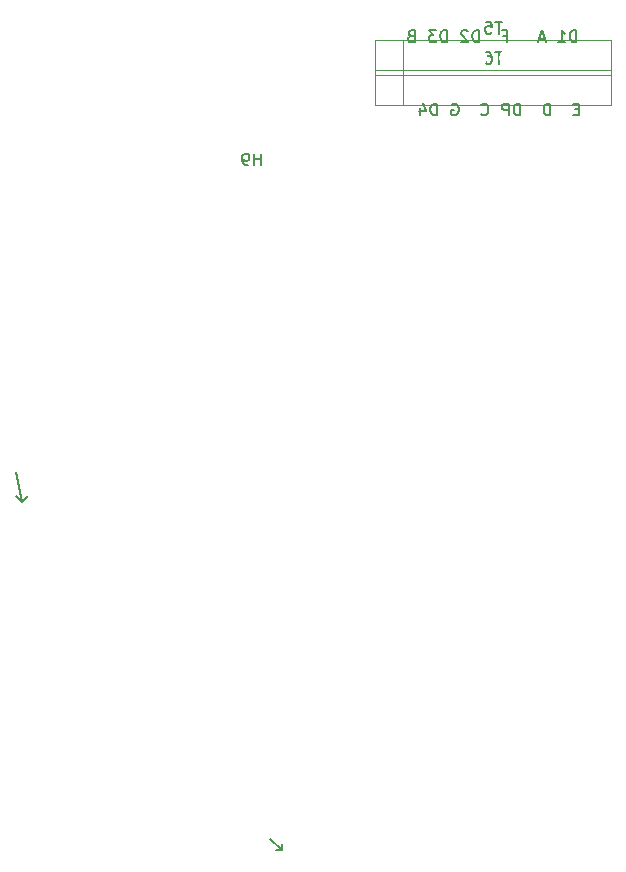
<source format=gbo>
G04 #@! TF.GenerationSoftware,KiCad,Pcbnew,(5.1.5)-3*
G04 #@! TF.CreationDate,2020-12-08T17:30:17-08:00*
G04 #@! TF.ProjectId,button_pcb_4x_laz16-11_,62757474-6f6e-45f7-9063-625f34785f6c,rev?*
G04 #@! TF.SameCoordinates,Original*
G04 #@! TF.FileFunction,Legend,Bot*
G04 #@! TF.FilePolarity,Positive*
%FSLAX46Y46*%
G04 Gerber Fmt 4.6, Leading zero omitted, Abs format (unit mm)*
G04 Created by KiCad (PCBNEW (5.1.5)-3) date 2020-12-08 17:30:17*
%MOMM*%
%LPD*%
G04 APERTURE LIST*
%ADD10C,0.150000*%
%ADD11C,0.200000*%
%ADD12C,0.120000*%
%ADD13C,4.300000*%
%ADD14C,6.400000*%
%ADD15C,5.300000*%
%ADD16C,2.700000*%
%ADD17C,2.200000*%
%ADD18C,3.200000*%
%ADD19C,2.000000*%
%ADD20R,4.000000X2.000000*%
%ADD21C,1.500000*%
%ADD22R,1.500000X1.500000*%
%ADD23O,1.200000X2.000000*%
%ADD24R,1.200000X2.000000*%
G04 APERTURE END LIST*
D10*
X10640000Y33960000D02*
X10140000Y33460000D01*
X9640000Y33960000D02*
X10140000Y33460000D01*
X10140000Y33460000D02*
X9640000Y33960000D01*
X9640000Y35960000D02*
X10140000Y33460000D01*
X31640000Y3960000D02*
X32140000Y3960000D01*
X32140000Y4460000D02*
X32140000Y3960000D01*
X32140000Y3960000D02*
X32140000Y4460000D01*
X31140000Y4960000D02*
X32140000Y3960000D01*
X57319047Y66711428D02*
X56985714Y66711428D01*
X56842857Y66187619D02*
X57319047Y66187619D01*
X57319047Y67187619D01*
X56842857Y67187619D01*
X54890476Y66187619D02*
X54890476Y67187619D01*
X54652380Y67187619D01*
X54509523Y67140000D01*
X54414285Y67044761D01*
X54366666Y66949523D01*
X54319047Y66759047D01*
X54319047Y66616190D01*
X54366666Y66425714D01*
X54414285Y66330476D01*
X54509523Y66235238D01*
X54652380Y66187619D01*
X54890476Y66187619D01*
X52366666Y66187619D02*
X52366666Y67187619D01*
X52128571Y67187619D01*
X51985714Y67140000D01*
X51890476Y67044761D01*
X51842857Y66949523D01*
X51795238Y66759047D01*
X51795238Y66616190D01*
X51842857Y66425714D01*
X51890476Y66330476D01*
X51985714Y66235238D01*
X52128571Y66187619D01*
X52366666Y66187619D01*
X51366666Y66187619D02*
X51366666Y67187619D01*
X50985714Y67187619D01*
X50890476Y67140000D01*
X50842857Y67092380D01*
X50795238Y66997142D01*
X50795238Y66854285D01*
X50842857Y66759047D01*
X50890476Y66711428D01*
X50985714Y66663809D01*
X51366666Y66663809D01*
X49033333Y66282857D02*
X49080952Y66235238D01*
X49223809Y66187619D01*
X49319047Y66187619D01*
X49461904Y66235238D01*
X49557142Y66330476D01*
X49604761Y66425714D01*
X49652380Y66616190D01*
X49652380Y66759047D01*
X49604761Y66949523D01*
X49557142Y67044761D01*
X49461904Y67140000D01*
X49319047Y67187619D01*
X49223809Y67187619D01*
X49080952Y67140000D01*
X49033333Y67092380D01*
X46557142Y67140000D02*
X46652380Y67187619D01*
X46795238Y67187619D01*
X46938095Y67140000D01*
X47033333Y67044761D01*
X47080952Y66949523D01*
X47128571Y66759047D01*
X47128571Y66616190D01*
X47080952Y66425714D01*
X47033333Y66330476D01*
X46938095Y66235238D01*
X46795238Y66187619D01*
X46700000Y66187619D01*
X46557142Y66235238D01*
X46509523Y66282857D01*
X46509523Y66616190D01*
X46700000Y66616190D01*
X45319047Y66187619D02*
X45319047Y67187619D01*
X45080952Y67187619D01*
X44938095Y67140000D01*
X44842857Y67044761D01*
X44795238Y66949523D01*
X44747619Y66759047D01*
X44747619Y66616190D01*
X44795238Y66425714D01*
X44842857Y66330476D01*
X44938095Y66235238D01*
X45080952Y66187619D01*
X45319047Y66187619D01*
X43890476Y66854285D02*
X43890476Y66187619D01*
X44128571Y67235238D02*
X44366666Y66520952D01*
X43747619Y66520952D01*
D11*
X57095238Y72387619D02*
X57095238Y73387619D01*
X56857142Y73387619D01*
X56714285Y73340000D01*
X56619047Y73244761D01*
X56571428Y73149523D01*
X56523809Y72959047D01*
X56523809Y72816190D01*
X56571428Y72625714D01*
X56619047Y72530476D01*
X56714285Y72435238D01*
X56857142Y72387619D01*
X57095238Y72387619D01*
X55571428Y72387619D02*
X56142857Y72387619D01*
X55857142Y72387619D02*
X55857142Y73387619D01*
X55952380Y73244761D01*
X56047619Y73149523D01*
X56142857Y73101904D01*
X54428571Y72673333D02*
X53952380Y72673333D01*
X54523809Y72387619D02*
X54190476Y73387619D01*
X53857142Y72387619D01*
X50904761Y72911428D02*
X51238095Y72911428D01*
X51238095Y72387619D02*
X51238095Y73387619D01*
X50761904Y73387619D01*
X48857142Y72387619D02*
X48857142Y73387619D01*
X48619047Y73387619D01*
X48476190Y73340000D01*
X48380952Y73244761D01*
X48333333Y73149523D01*
X48285714Y72959047D01*
X48285714Y72816190D01*
X48333333Y72625714D01*
X48380952Y72530476D01*
X48476190Y72435238D01*
X48619047Y72387619D01*
X48857142Y72387619D01*
X47904761Y73292380D02*
X47857142Y73340000D01*
X47761904Y73387619D01*
X47523809Y73387619D01*
X47428571Y73340000D01*
X47380952Y73292380D01*
X47333333Y73197142D01*
X47333333Y73101904D01*
X47380952Y72959047D01*
X47952380Y72387619D01*
X47333333Y72387619D01*
X46142857Y72387619D02*
X46142857Y73387619D01*
X45904761Y73387619D01*
X45761904Y73340000D01*
X45666666Y73244761D01*
X45619047Y73149523D01*
X45571428Y72959047D01*
X45571428Y72816190D01*
X45619047Y72625714D01*
X45666666Y72530476D01*
X45761904Y72435238D01*
X45904761Y72387619D01*
X46142857Y72387619D01*
X45238095Y73387619D02*
X44619047Y73387619D01*
X44952380Y73006666D01*
X44809523Y73006666D01*
X44714285Y72959047D01*
X44666666Y72911428D01*
X44619047Y72816190D01*
X44619047Y72578095D01*
X44666666Y72482857D01*
X44714285Y72435238D01*
X44809523Y72387619D01*
X45095238Y72387619D01*
X45190476Y72435238D01*
X45238095Y72482857D01*
X43095238Y72911428D02*
X42952380Y72863809D01*
X42904761Y72816190D01*
X42857142Y72720952D01*
X42857142Y72578095D01*
X42904761Y72482857D01*
X42952380Y72435238D01*
X43047619Y72387619D01*
X43428571Y72387619D01*
X43428571Y73387619D01*
X43095238Y73387619D01*
X43000000Y73340000D01*
X42952380Y73292380D01*
X42904761Y73197142D01*
X42904761Y73101904D01*
X42952380Y73006666D01*
X43000000Y72959047D01*
X43095238Y72911428D01*
X43428571Y72911428D01*
D12*
X42420000Y67030000D02*
X42420000Y70030000D01*
X40050000Y70030000D02*
X40050000Y67030000D01*
X60030000Y70030000D02*
X40050000Y70030000D01*
X60030000Y67030000D02*
X60030000Y70030000D01*
X40050000Y67030000D02*
X60030000Y67030000D01*
X42420000Y69570000D02*
X42420000Y72570000D01*
X40050000Y72570000D02*
X40050000Y69570000D01*
X60030000Y72570000D02*
X40050000Y72570000D01*
X60030000Y69570000D02*
X60030000Y72570000D01*
X40050000Y69570000D02*
X60030000Y69570000D01*
D10*
X30401904Y61957619D02*
X30401904Y62957619D01*
X30401904Y62481428D02*
X29830476Y62481428D01*
X29830476Y61957619D02*
X29830476Y62957619D01*
X29306666Y61957619D02*
X29116190Y61957619D01*
X29020952Y62005238D01*
X28973333Y62052857D01*
X28878095Y62195714D01*
X28830476Y62386190D01*
X28830476Y62767142D01*
X28878095Y62862380D01*
X28925714Y62910000D01*
X29020952Y62957619D01*
X29211428Y62957619D01*
X29306666Y62910000D01*
X29354285Y62862380D01*
X29401904Y62767142D01*
X29401904Y62529047D01*
X29354285Y62433809D01*
X29306666Y62386190D01*
X29211428Y62338571D01*
X29020952Y62338571D01*
X28925714Y62386190D01*
X28878095Y62433809D01*
X28830476Y62529047D01*
X50801904Y71577619D02*
X50230476Y71577619D01*
X50516190Y70577619D02*
X50516190Y71577619D01*
X49468571Y71577619D02*
X49659047Y71577619D01*
X49754285Y71530000D01*
X49801904Y71482380D01*
X49897142Y71339523D01*
X49944761Y71149047D01*
X49944761Y70768095D01*
X49897142Y70672857D01*
X49849523Y70625238D01*
X49754285Y70577619D01*
X49563809Y70577619D01*
X49468571Y70625238D01*
X49420952Y70672857D01*
X49373333Y70768095D01*
X49373333Y71006190D01*
X49420952Y71101428D01*
X49468571Y71149047D01*
X49563809Y71196666D01*
X49754285Y71196666D01*
X49849523Y71149047D01*
X49897142Y71101428D01*
X49944761Y71006190D01*
X50801904Y74117619D02*
X50230476Y74117619D01*
X50516190Y73117619D02*
X50516190Y74117619D01*
X49420952Y74117619D02*
X49897142Y74117619D01*
X49944761Y73641428D01*
X49897142Y73689047D01*
X49801904Y73736666D01*
X49563809Y73736666D01*
X49468571Y73689047D01*
X49420952Y73641428D01*
X49373333Y73546190D01*
X49373333Y73308095D01*
X49420952Y73212857D01*
X49468571Y73165238D01*
X49563809Y73117619D01*
X49801904Y73117619D01*
X49897142Y73165238D01*
X49944761Y73212857D01*
%LPC*%
D13*
X95500000Y34500000D03*
X4500000Y34500000D03*
D14*
X93240000Y72060000D03*
D15*
X94240000Y84860000D03*
D16*
X80640000Y96860000D03*
D17*
X75140000Y97260000D03*
D18*
X87240000Y96360000D03*
D13*
X50000000Y95500000D03*
X95500000Y95500000D03*
X4500000Y95500000D03*
X95500000Y4500000D03*
X4500000Y4500000D03*
D19*
X17000000Y12250000D03*
D20*
X17000000Y6500000D03*
X17000000Y18000000D03*
X22000000Y14500000D03*
X17000000Y14500000D03*
X12000000Y14500000D03*
D13*
X70640000Y67710000D03*
X29640000Y67710000D03*
X80140000Y67710000D03*
X20140000Y67710000D03*
X72000000Y49000000D03*
X50000000Y34000000D03*
X28000000Y49000000D03*
X50000000Y5000000D03*
X28000000Y20000000D03*
X72000000Y20000000D03*
D21*
X43690000Y75740000D03*
X46230000Y75740000D03*
X48770000Y75740000D03*
X51310000Y75740000D03*
X53850000Y75740000D03*
X56390000Y75740000D03*
X56390000Y60500000D03*
X53850000Y60500000D03*
X51310000Y60500000D03*
X48770000Y60500000D03*
X46230000Y60500000D03*
D22*
X43690000Y60500000D03*
D21*
X58930000Y68530000D03*
X56390000Y68530000D03*
X53850000Y68530000D03*
X51310000Y68530000D03*
X48770000Y68530000D03*
X46230000Y68530000D03*
X43690000Y68530000D03*
D22*
X41150000Y68530000D03*
D21*
X58930000Y71070000D03*
X56390000Y71070000D03*
X53850000Y71070000D03*
X51310000Y71070000D03*
X48770000Y71070000D03*
X46230000Y71070000D03*
X43690000Y71070000D03*
D22*
X41150000Y71070000D03*
D21*
X13310000Y39100000D03*
X15850000Y39100000D03*
X18390000Y39100000D03*
X20930000Y39100000D03*
X23470000Y39100000D03*
X26010000Y39100000D03*
X28550000Y39100000D03*
D22*
X31090000Y39100000D03*
D21*
X58890000Y51800000D03*
X56350000Y51800000D03*
X53810000Y51800000D03*
X51270000Y51800000D03*
X48730000Y51800000D03*
X46190000Y51800000D03*
X43650000Y51800000D03*
D22*
X41110000Y51800000D03*
D21*
X28326000Y10201000D03*
X25786000Y10201000D03*
X23246000Y10201000D03*
X20706000Y10201000D03*
X18166000Y10201000D03*
X15626000Y10201000D03*
X13086000Y10201000D03*
D22*
X10546000Y10201000D03*
D21*
X58830000Y23260000D03*
X56290000Y23260000D03*
X53750000Y23260000D03*
X51210000Y23260000D03*
X48670000Y23260000D03*
X46130000Y23260000D03*
X43590000Y23260000D03*
D22*
X41050000Y23260000D03*
D19*
X83000000Y41250000D03*
D20*
X83000000Y35500000D03*
X83000000Y47000000D03*
X88000000Y43500000D03*
X83000000Y43500000D03*
X78000000Y43500000D03*
D19*
X61000000Y41250000D03*
D20*
X61000000Y35500000D03*
X61000000Y47000000D03*
X66000000Y43500000D03*
X61000000Y43500000D03*
X56000000Y43500000D03*
D19*
X39000000Y41250000D03*
D20*
X39000000Y35500000D03*
X39000000Y47000000D03*
X44000000Y43500000D03*
X39000000Y43500000D03*
X34000000Y43500000D03*
D19*
X17000000Y41250000D03*
D20*
X17000000Y35500000D03*
X17000000Y47000000D03*
X22000000Y43500000D03*
X17000000Y43500000D03*
X12000000Y43500000D03*
D19*
X83000000Y12250000D03*
D20*
X83000000Y6500000D03*
X83000000Y18000000D03*
X88000000Y14500000D03*
X83000000Y14500000D03*
X78000000Y14500000D03*
D19*
X61000000Y12250000D03*
D20*
X61000000Y6500000D03*
X61000000Y18000000D03*
X66000000Y14500000D03*
X61000000Y14500000D03*
X56000000Y14500000D03*
D19*
X39000000Y12250000D03*
D20*
X39000000Y6500000D03*
X39000000Y18000000D03*
X44000000Y14500000D03*
X39000000Y14500000D03*
X34000000Y14500000D03*
D23*
X33230000Y31700000D03*
X30690000Y31700000D03*
X28150000Y31700000D03*
X25610000Y31700000D03*
X23070000Y31700000D03*
X20530000Y31700000D03*
X17990000Y31700000D03*
X15450000Y31700000D03*
X12910000Y31700000D03*
D24*
X10370000Y31700000D03*
D23*
X10540000Y2500000D03*
X13080000Y2500000D03*
X15620000Y2500000D03*
X18160000Y2500000D03*
X20700000Y2500000D03*
X23240000Y2500000D03*
X25780000Y2500000D03*
X28320000Y2500000D03*
X30860000Y2500000D03*
D24*
X33400000Y2500000D03*
M02*

</source>
